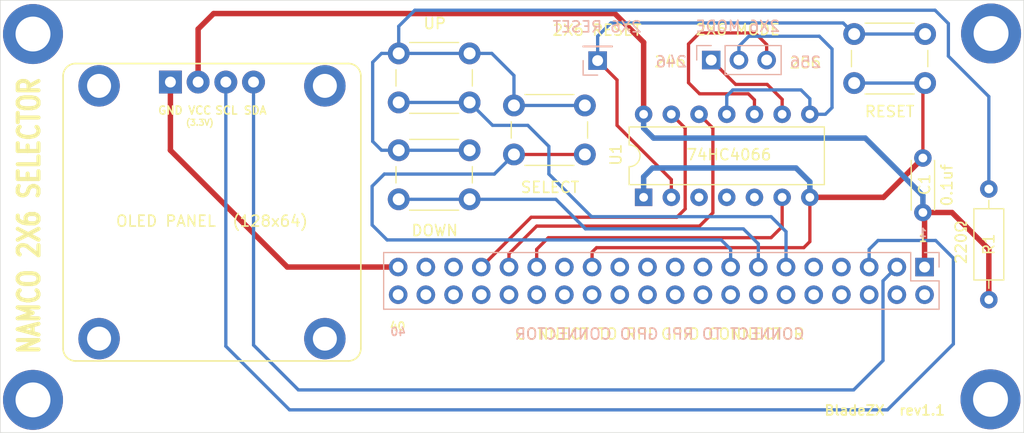
<source format=kicad_pcb>
(kicad_pcb (version 20171130) (host pcbnew "(5.1.9)-1")

  (general
    (thickness 1.6)
    (drawings 35)
    (tracks 142)
    (zones 0)
    (modules 15)
    (nets 1)
  )

  (page A4)
  (layers
    (0 F.Cu signal)
    (31 B.Cu signal)
    (32 B.Adhes user hide)
    (33 F.Adhes user hide)
    (34 B.Paste user hide)
    (35 F.Paste user hide)
    (36 B.SilkS user)
    (37 F.SilkS user)
    (38 B.Mask user hide)
    (39 F.Mask user hide)
    (40 Dwgs.User user hide)
    (41 Cmts.User user hide)
    (42 Eco1.User user hide)
    (43 Eco2.User user hide)
    (44 Edge.Cuts user)
    (45 Margin user hide)
    (46 B.CrtYd user)
    (47 F.CrtYd user)
    (48 B.Fab user hide)
    (49 F.Fab user hide)
  )

  (setup
    (last_trace_width 0.3)
    (user_trace_width 0.3)
    (user_trace_width 0.5)
    (trace_clearance 0.2)
    (zone_clearance 0.508)
    (zone_45_only no)
    (trace_min 0.2)
    (via_size 0.8)
    (via_drill 0.4)
    (via_min_size 0.4)
    (via_min_drill 0.3)
    (uvia_size 0.3)
    (uvia_drill 0.1)
    (uvias_allowed no)
    (uvia_min_size 0.2)
    (uvia_min_drill 0.1)
    (edge_width 0.05)
    (segment_width 0.2)
    (pcb_text_width 0.3)
    (pcb_text_size 1.5 1.5)
    (mod_edge_width 0.12)
    (mod_text_size 1 1)
    (mod_text_width 0.15)
    (pad_size 3.5 3.5)
    (pad_drill 3.1)
    (pad_to_mask_clearance 0)
    (aux_axis_origin 0 0)
    (visible_elements 7FFFFFFF)
    (pcbplotparams
      (layerselection 0x0d030_ffffffff)
      (usegerberextensions false)
      (usegerberattributes true)
      (usegerberadvancedattributes true)
      (creategerberjobfile true)
      (excludeedgelayer true)
      (linewidth 0.100000)
      (plotframeref false)
      (viasonmask false)
      (mode 1)
      (useauxorigin false)
      (hpglpennumber 1)
      (hpglpenspeed 20)
      (hpglpendiameter 15.000000)
      (psnegative false)
      (psa4output false)
      (plotreference true)
      (plotvalue true)
      (plotinvisibletext false)
      (padsonsilk false)
      (subtractmaskfromsilk false)
      (outputformat 1)
      (mirror false)
      (drillshape 0)
      (scaleselection 1)
      (outputdirectory "gerbers/"))
  )

  (net 0 "")

  (net_class Default "This is the default net class."
    (clearance 0.2)
    (trace_width 0.25)
    (via_dia 0.8)
    (via_drill 0.4)
    (uvia_dia 0.3)
    (uvia_drill 0.1)
  )

  (module segastv:Generic_0.96in-128x64-OLED-Display-IIC (layer F.Cu) (tedit 590F4B36) (tstamp 60678678)
    (at 90.6272 46.3804)
    (descr http://www.ebay.com/itm/0-96-I2C-IIC-SPI-Serial-128X64-White-OLED-LCD-LED-Display-Module-for-Arduino-BU/361916106520)
    (fp_text reference DS1 (at 0 -15) (layer F.SilkS) hide
      (effects (font (size 1 1) (thickness 0.15)))
    )
    (fp_text value "OLED PANEL  (128x64)" (at 0 0.8128) (layer F.SilkS)
      (effects (font (size 1 1) (thickness 0.15)))
    )
    (fp_line (start -12.5 -13.65) (end 12.5 -13.65) (layer F.SilkS) (width 0.15))
    (fp_line (start 13.65 -12.5) (end 13.65 12.5) (layer F.SilkS) (width 0.15))
    (fp_line (start -12.5 13.65) (end 12.5 13.65) (layer F.SilkS) (width 0.15))
    (fp_line (start -13.65 -12.5) (end -13.65 12.5) (layer F.SilkS) (width 0.15))
    (fp_line (start -13.65 -9.5) (end 13.65 -9.5) (layer F.Fab) (width 0.15))
    (fp_line (start -13.65 9.5) (end 13.65 9.5) (layer F.Fab) (width 0.15))
    (fp_line (start -13.8 -13.8) (end 13.8 -13.8) (layer F.CrtYd) (width 0.15))
    (fp_line (start -13.8 -13.8) (end -13.8 13.8) (layer F.CrtYd) (width 0.15))
    (fp_line (start 13.8 -13.8) (end 13.8 13.8) (layer F.CrtYd) (width 0.15))
    (fp_line (start -13.8 13.8) (end 13.8 13.8) (layer F.CrtYd) (width 0.15))
    (fp_arc (start -12.5 12.5) (end -13.65 12.5) (angle -90) (layer F.SilkS) (width 0.15))
    (fp_arc (start 12.5 12.5) (end 12.5 13.65) (angle -90) (layer F.SilkS) (width 0.15))
    (fp_arc (start 12.5 -12.5) (end 13.65 -12.5) (angle -90) (layer F.SilkS) (width 0.15))
    (fp_arc (start -12.5 -12.5) (end -12.5 -13.65) (angle -90) (layer F.SilkS) (width 0.15))
    (pad "" np_thru_hole circle (at 10.35 11.6) (size 3.8 3.8) (drill 2.2) (layers *.Cu *.Mask))
    (pad "" np_thru_hole circle (at -10.35 11.6) (size 3.8 3.8) (drill 2.2) (layers *.Cu *.Mask))
    (pad "" np_thru_hole circle (at -10.35 -11.6) (size 3.8 3.8) (drill 2.2) (layers *.Cu *.Mask))
    (pad 4 thru_hole circle (at 3.81 -11.95) (size 2.1 2.1) (drill 1) (layers *.Cu *.Mask))
    (pad 3 thru_hole circle (at 1.27 -11.95) (size 2.1 2.1) (drill 1) (layers *.Cu *.Mask))
    (pad 2 thru_hole circle (at -1.27 -11.95) (size 2.1 2.1) (drill 1) (layers *.Cu *.Mask))
    (pad 1 thru_hole rect (at -3.81 -11.95) (size 2.1 2.1) (drill 1) (layers *.Cu *.Mask))
    (pad "" np_thru_hole circle (at 10.35 -11.6) (size 3.8 3.8) (drill 2.2) (layers *.Cu *.Mask))
  )

  (module MountingHole:MountingHole_3.2mm_M3_ISO14580_Pad (layer F.Cu) (tedit 56D1B4CB) (tstamp 609D0EB8)
    (at 162.0012 63.5508)
    (descr "Mounting Hole 3.2mm, M3, ISO14580")
    (tags "mounting hole 3.2mm m3 iso14580")
    (attr virtual)
    (fp_text reference REF** (at 0 -3.75) (layer F.SilkS) hide
      (effects (font (size 1 1) (thickness 0.15)))
    )
    (fp_text value MountingHole_3.2mm_M3_ISO14580_Pad (at 0 3.75) (layer F.Fab)
      (effects (font (size 1 1) (thickness 0.15)))
    )
    (fp_text user %R (at 0.3 0) (layer F.Fab)
      (effects (font (size 1 1) (thickness 0.15)))
    )
    (fp_circle (center 0 0) (end 2.75 0) (layer Cmts.User) (width 0.15))
    (fp_circle (center 0 0) (end 3 0) (layer F.CrtYd) (width 0.05))
    (pad 1 thru_hole circle (at 0 0) (size 5.5 5.5) (drill 3.2) (layers *.Cu *.Mask))
  )

  (module MountingHole:MountingHole_3.2mm_M3_ISO14580_Pad (layer F.Cu) (tedit 56D1B4CB) (tstamp 609D0EAA)
    (at 162.052 29.972)
    (descr "Mounting Hole 3.2mm, M3, ISO14580")
    (tags "mounting hole 3.2mm m3 iso14580")
    (attr virtual)
    (fp_text reference REF** (at 0 -3.75) (layer F.SilkS) hide
      (effects (font (size 1 1) (thickness 0.15)))
    )
    (fp_text value MountingHole_3.2mm_M3_ISO14580_Pad (at 0 3.75) (layer F.Fab)
      (effects (font (size 1 1) (thickness 0.15)))
    )
    (fp_circle (center 0 0) (end 3 0) (layer F.CrtYd) (width 0.05))
    (fp_circle (center 0 0) (end 2.75 0) (layer Cmts.User) (width 0.15))
    (fp_text user %R (at 0.3 0) (layer F.Fab)
      (effects (font (size 1 1) (thickness 0.15)))
    )
    (pad 1 thru_hole circle (at 0 0) (size 5.5 5.5) (drill 3.2) (layers *.Cu *.Mask))
  )

  (module MountingHole:MountingHole_3.2mm_M3_ISO14580_Pad (layer F.Cu) (tedit 56D1B4CB) (tstamp 609D0955)
    (at 74.2188 63.6016)
    (descr "Mounting Hole 3.2mm, M3, ISO14580")
    (tags "mounting hole 3.2mm m3 iso14580")
    (attr virtual)
    (fp_text reference REF** (at 0 -3.75) (layer F.SilkS) hide
      (effects (font (size 1 1) (thickness 0.15)))
    )
    (fp_text value MountingHole_3.2mm_M3_ISO14580_Pad (at 0 3.75) (layer F.Fab)
      (effects (font (size 1 1) (thickness 0.15)))
    )
    (fp_circle (center 0 0) (end 3 0) (layer F.CrtYd) (width 0.05))
    (fp_circle (center 0 0) (end 2.75 0) (layer Cmts.User) (width 0.15))
    (fp_text user %R (at 0.3 0) (layer F.Fab)
      (effects (font (size 1 1) (thickness 0.15)))
    )
    (pad 1 thru_hole circle (at 0 0) (size 5.5 5.5) (drill 3.2) (layers *.Cu *.Mask))
  )

  (module MountingHole:MountingHole_3.2mm_M3_ISO14580_Pad (layer F.Cu) (tedit 56D1B4CB) (tstamp 609D092E)
    (at 74.2188 30.0228)
    (descr "Mounting Hole 3.2mm, M3, ISO14580")
    (tags "mounting hole 3.2mm m3 iso14580")
    (attr virtual)
    (fp_text reference REF** (at 0 -3.75) (layer F.SilkS) hide
      (effects (font (size 1 1) (thickness 0.15)))
    )
    (fp_text value MountingHole_3.2mm_M3_ISO14580_Pad (at 0 3.75) (layer F.Fab)
      (effects (font (size 1 1) (thickness 0.15)))
    )
    (fp_text user %R (at 0.3 0) (layer F.Fab)
      (effects (font (size 1 1) (thickness 0.15)))
    )
    (fp_circle (center 0 0) (end 2.75 0) (layer Cmts.User) (width 0.15))
    (fp_circle (center 0 0) (end 3 0) (layer F.CrtYd) (width 0.05))
    (pad 1 thru_hole circle (at 0 0) (size 5.5 5.5) (drill 3.2) (layers *.Cu *.Mask))
  )

  (module Capacitor_THT:C_Disc_D4.3mm_W1.9mm_P5.00mm (layer F.Cu) (tedit 5AE50EF0) (tstamp 60759240)
    (at 155.8036 41.402 270)
    (descr "C, Disc series, Radial, pin pitch=5.00mm, , diameter*width=4.3*1.9mm^2, Capacitor, http://www.vishay.com/docs/45233/krseries.pdf")
    (tags "C Disc series Radial pin pitch 5.00mm  diameter 4.3mm width 1.9mm Capacitor")
    (fp_text reference 0.1uf (at 2.5 -2.2 90) (layer F.SilkS)
      (effects (font (size 1 1) (thickness 0.15)))
    )
    (fp_text value C_Disc_D4.3mm_W1.9mm_P5.00mm (at 2.5 2.2 90) (layer F.Fab)
      (effects (font (size 1 1) (thickness 0.15)))
    )
    (fp_line (start 0.35 -0.95) (end 0.35 0.95) (layer F.Fab) (width 0.1))
    (fp_line (start 0.35 0.95) (end 4.65 0.95) (layer F.Fab) (width 0.1))
    (fp_line (start 4.65 0.95) (end 4.65 -0.95) (layer F.Fab) (width 0.1))
    (fp_line (start 4.65 -0.95) (end 0.35 -0.95) (layer F.Fab) (width 0.1))
    (fp_line (start 0.23 -1.07) (end 4.77 -1.07) (layer F.SilkS) (width 0.12))
    (fp_line (start 0.23 1.07) (end 4.77 1.07) (layer F.SilkS) (width 0.12))
    (fp_line (start 0.23 -1.07) (end 0.23 -1.055) (layer F.SilkS) (width 0.12))
    (fp_line (start 0.23 1.055) (end 0.23 1.07) (layer F.SilkS) (width 0.12))
    (fp_line (start 4.77 -1.07) (end 4.77 -1.055) (layer F.SilkS) (width 0.12))
    (fp_line (start 4.77 1.055) (end 4.77 1.07) (layer F.SilkS) (width 0.12))
    (fp_line (start -1.05 -1.2) (end -1.05 1.2) (layer F.CrtYd) (width 0.05))
    (fp_line (start -1.05 1.2) (end 6.05 1.2) (layer F.CrtYd) (width 0.05))
    (fp_line (start 6.05 1.2) (end 6.05 -1.2) (layer F.CrtYd) (width 0.05))
    (fp_line (start 6.05 -1.2) (end -1.05 -1.2) (layer F.CrtYd) (width 0.05))
    (fp_text user C1 (at 2.4384 -0.1524 90) (layer F.SilkS)
      (effects (font (size 1 1) (thickness 0.15)))
    )
    (pad 2 thru_hole circle (at 5 0 270) (size 1.6 1.6) (drill 0.8) (layers *.Cu *.Mask))
    (pad 1 thru_hole circle (at 0 0 270) (size 1.6 1.6) (drill 0.8) (layers *.Cu *.Mask))
    (model ${KISYS3DMOD}/Capacitor_THT.3dshapes/C_Disc_D4.3mm_W1.9mm_P5.00mm.wrl
      (at (xyz 0 0 0))
      (scale (xyz 1 1 1))
      (rotate (xyz 0 0 0))
    )
  )

  (module Package_DIP:DIP-14_W7.62mm (layer F.Cu) (tedit 5A02E8C5) (tstamp 60757769)
    (at 130.2004 45.0088 90)
    (descr "14-lead though-hole mounted DIP package, row spacing 7.62 mm (300 mils)")
    (tags "THT DIP DIL PDIP 2.54mm 7.62mm 300mil")
    (fp_text reference U1 (at 3.9116 -2.54 90) (layer F.SilkS)
      (effects (font (size 1 1) (thickness 0.15)))
    )
    (fp_text value DIP-14_W7.62mm (at 3.81 17.57 90) (layer F.Fab)
      (effects (font (size 1 1) (thickness 0.15)))
    )
    (fp_line (start 8.7 -1.55) (end -1.1 -1.55) (layer F.CrtYd) (width 0.05))
    (fp_line (start 8.7 16.8) (end 8.7 -1.55) (layer F.CrtYd) (width 0.05))
    (fp_line (start -1.1 16.8) (end 8.7 16.8) (layer F.CrtYd) (width 0.05))
    (fp_line (start -1.1 -1.55) (end -1.1 16.8) (layer F.CrtYd) (width 0.05))
    (fp_line (start 6.46 -1.33) (end 4.81 -1.33) (layer F.SilkS) (width 0.12))
    (fp_line (start 6.46 16.57) (end 6.46 -1.33) (layer F.SilkS) (width 0.12))
    (fp_line (start 1.16 16.57) (end 6.46 16.57) (layer F.SilkS) (width 0.12))
    (fp_line (start 1.16 -1.33) (end 1.16 16.57) (layer F.SilkS) (width 0.12))
    (fp_line (start 2.81 -1.33) (end 1.16 -1.33) (layer F.SilkS) (width 0.12))
    (fp_line (start 0.635 -0.27) (end 1.635 -1.27) (layer F.Fab) (width 0.1))
    (fp_line (start 0.635 16.51) (end 0.635 -0.27) (layer F.Fab) (width 0.1))
    (fp_line (start 6.985 16.51) (end 0.635 16.51) (layer F.Fab) (width 0.1))
    (fp_line (start 6.985 -1.27) (end 6.985 16.51) (layer F.Fab) (width 0.1))
    (fp_line (start 1.635 -1.27) (end 6.985 -1.27) (layer F.Fab) (width 0.1))
    (fp_text user 74HC4066 (at 3.9116 7.8232 180) (layer F.SilkS)
      (effects (font (size 1 1) (thickness 0.15)))
    )
    (fp_arc (start 3.81 -1.33) (end 2.81 -1.33) (angle -180) (layer F.SilkS) (width 0.12))
    (pad 14 thru_hole oval (at 7.62 0 90) (size 1.6 1.6) (drill 0.8) (layers *.Cu *.Mask))
    (pad 7 thru_hole oval (at 0 15.24 90) (size 1.6 1.6) (drill 0.8) (layers *.Cu *.Mask))
    (pad 13 thru_hole oval (at 7.62 2.54 90) (size 1.6 1.6) (drill 0.8) (layers *.Cu *.Mask))
    (pad 6 thru_hole oval (at 0 12.7 90) (size 1.6 1.6) (drill 0.8) (layers *.Cu *.Mask))
    (pad 12 thru_hole oval (at 7.62 5.08 90) (size 1.6 1.6) (drill 0.8) (layers *.Cu *.Mask))
    (pad 5 thru_hole oval (at 0 10.16 90) (size 1.6 1.6) (drill 0.8) (layers *.Cu *.Mask))
    (pad 11 thru_hole oval (at 7.62 7.62 90) (size 1.6 1.6) (drill 0.8) (layers *.Cu *.Mask))
    (pad 4 thru_hole oval (at 0 7.62 90) (size 1.6 1.6) (drill 0.8) (layers *.Cu *.Mask))
    (pad 10 thru_hole oval (at 7.62 10.16 90) (size 1.6 1.6) (drill 0.8) (layers *.Cu *.Mask))
    (pad 3 thru_hole oval (at 0 5.08 90) (size 1.6 1.6) (drill 0.8) (layers *.Cu *.Mask))
    (pad 9 thru_hole oval (at 7.62 12.7 90) (size 1.6 1.6) (drill 0.8) (layers *.Cu *.Mask))
    (pad 2 thru_hole oval (at 0 2.54 90) (size 1.6 1.6) (drill 0.8) (layers *.Cu *.Mask))
    (pad 8 thru_hole oval (at 7.62 15.24 90) (size 1.6 1.6) (drill 0.8) (layers *.Cu *.Mask))
    (pad 1 thru_hole rect (at 0 0 90) (size 1.6 1.6) (drill 0.8) (layers *.Cu *.Mask))
    (model ${KISYS3DMOD}/Package_DIP.3dshapes/DIP-14_W7.62mm.wrl
      (at (xyz 0 0 0))
      (scale (xyz 1 1 1))
      (rotate (xyz 0 0 0))
    )
  )

  (module Connector_PinHeader_2.54mm:PinHeader_1x03_P2.54mm_Vertical (layer B.Cu) (tedit 59FED5CC) (tstamp 60754E14)
    (at 136.398 32.4104 270)
    (descr "Through hole straight pin header, 1x03, 2.54mm pitch, single row")
    (tags "Through hole pin header THT 1x03 2.54mm single row")
    (fp_text reference REF** (at 0 2.33 270) (layer B.SilkS) hide
      (effects (font (size 1 1) (thickness 0.15)) (justify mirror))
    )
    (fp_text value PinHeader_1x03_P2.54mm_Vertical (at 0 -7.41 270) (layer B.Fab) hide
      (effects (font (size 1 1) (thickness 0.15)) (justify mirror))
    )
    (fp_line (start -0.635 1.27) (end 1.27 1.27) (layer B.Fab) (width 0.1))
    (fp_line (start 1.27 1.27) (end 1.27 -6.35) (layer B.Fab) (width 0.1))
    (fp_line (start 1.27 -6.35) (end -1.27 -6.35) (layer B.Fab) (width 0.1))
    (fp_line (start -1.27 -6.35) (end -1.27 0.635) (layer B.Fab) (width 0.1))
    (fp_line (start -1.27 0.635) (end -0.635 1.27) (layer B.Fab) (width 0.1))
    (fp_line (start -1.33 -6.41) (end 1.33 -6.41) (layer B.SilkS) (width 0.12))
    (fp_line (start -1.33 -1.27) (end -1.33 -6.41) (layer B.SilkS) (width 0.12))
    (fp_line (start 1.33 -1.27) (end 1.33 -6.41) (layer B.SilkS) (width 0.12))
    (fp_line (start -1.33 -1.27) (end 1.33 -1.27) (layer B.SilkS) (width 0.12))
    (fp_line (start -1.33 0) (end -1.33 1.33) (layer B.SilkS) (width 0.12))
    (fp_line (start -1.33 1.33) (end 0 1.33) (layer B.SilkS) (width 0.12))
    (fp_line (start -1.8 1.8) (end -1.8 -6.85) (layer B.CrtYd) (width 0.05))
    (fp_line (start -1.8 -6.85) (end 1.8 -6.85) (layer B.CrtYd) (width 0.05))
    (fp_line (start 1.8 -6.85) (end 1.8 1.8) (layer B.CrtYd) (width 0.05))
    (fp_line (start 1.8 1.8) (end -1.8 1.8) (layer B.CrtYd) (width 0.05))
    (fp_text user MODE (at 0 -2.54) (layer B.Fab) hide
      (effects (font (size 1 1) (thickness 0.15)) (justify mirror))
    )
    (pad 3 thru_hole oval (at 0 -5.08 270) (size 1.7 1.7) (drill 1) (layers *.Cu *.Mask))
    (pad 2 thru_hole oval (at 0 -2.54 270) (size 1.7 1.7) (drill 1) (layers *.Cu *.Mask))
    (pad 1 thru_hole rect (at 0 0 270) (size 1.7 1.7) (drill 1) (layers *.Cu *.Mask))
    (model ${KISYS3DMOD}/Connector_PinHeader_2.54mm.3dshapes/PinHeader_1x03_P2.54mm_Vertical.wrl
      (at (xyz 0 0 0))
      (scale (xyz 1 1 1))
      (rotate (xyz 0 0 0))
    )
  )

  (module Connector_PinHeader_2.54mm:PinHeader_1x01_P2.54mm_Vertical (layer B.Cu) (tedit 59FED5CC) (tstamp 60754884)
    (at 125.984 32.4612)
    (descr "Through hole straight pin header, 1x01, 2.54mm pitch, single row")
    (tags "Through hole pin header THT 1x01 2.54mm single row")
    (fp_text reference "2X6 RESET" (at -0.0508 -3.0988) (layer B.SilkS)
      (effects (font (size 1 1) (thickness 0.15)) (justify mirror))
    )
    (fp_text value PinHeader_1x01_P2.54mm_Vertical (at 0 -2.33) (layer B.Fab)
      (effects (font (size 1 1) (thickness 0.15)) (justify mirror))
    )
    (fp_line (start -0.635 1.27) (end 1.27 1.27) (layer B.Fab) (width 0.1))
    (fp_line (start 1.27 1.27) (end 1.27 -1.27) (layer B.Fab) (width 0.1))
    (fp_line (start 1.27 -1.27) (end -1.27 -1.27) (layer B.Fab) (width 0.1))
    (fp_line (start -1.27 -1.27) (end -1.27 0.635) (layer B.Fab) (width 0.1))
    (fp_line (start -1.27 0.635) (end -0.635 1.27) (layer B.Fab) (width 0.1))
    (fp_line (start -1.33 -1.33) (end 1.33 -1.33) (layer B.SilkS) (width 0.12))
    (fp_line (start -1.33 -1.27) (end -1.33 -1.33) (layer B.SilkS) (width 0.12))
    (fp_line (start 1.33 -1.27) (end 1.33 -1.33) (layer B.SilkS) (width 0.12))
    (fp_line (start -1.33 -1.27) (end 1.33 -1.27) (layer B.SilkS) (width 0.12))
    (fp_line (start -1.33 0) (end -1.33 1.33) (layer B.SilkS) (width 0.12))
    (fp_line (start -1.33 1.33) (end 0 1.33) (layer B.SilkS) (width 0.12))
    (fp_line (start -1.8 1.8) (end -1.8 -1.8) (layer B.CrtYd) (width 0.05))
    (fp_line (start -1.8 -1.8) (end 1.8 -1.8) (layer B.CrtYd) (width 0.05))
    (fp_line (start 1.8 -1.8) (end 1.8 1.8) (layer B.CrtYd) (width 0.05))
    (fp_line (start 1.8 1.8) (end -1.8 1.8) (layer B.CrtYd) (width 0.05))
    (fp_text user %R (at 0 0 -90) (layer B.Fab)
      (effects (font (size 1 1) (thickness 0.15)) (justify mirror))
    )
    (pad 1 thru_hole rect (at 0 0) (size 1.7 1.7) (drill 1) (layers *.Cu *.Mask))
    (model ${KISYS3DMOD}/Connector_PinHeader_2.54mm.3dshapes/PinHeader_1x01_P2.54mm_Vertical.wrl
      (at (xyz 0 0 0))
      (scale (xyz 1 1 1))
      (rotate (xyz 0 0 0))
    )
  )

  (module Connector_PinSocket_2.54mm:PinSocket_2x20_P2.54mm_Vertical (layer B.Cu) (tedit 5A19A433) (tstamp 609D2EE2)
    (at 155.956 51.4096 90)
    (descr "Through hole straight socket strip, 2x20, 2.54mm pitch, double cols (from Kicad 4.0.7), script generated")
    (tags "Through hole socket strip THT 2x20 2.54mm double row")
    (fp_text reference "CONNECT TO RPI GPIO CONNECTOR" (at -6.1468 -24.2824) (layer B.SilkS)
      (effects (font (size 1 1) (thickness 0.15)) (justify mirror))
    )
    (fp_text value PinSocket_2x20_P2.54mm_Vertical (at -1.27 -51.03 -90) (layer B.Fab)
      (effects (font (size 1 1) (thickness 0.15)) (justify mirror))
    )
    (fp_line (start -3.81 1.27) (end 0.27 1.27) (layer B.Fab) (width 0.1))
    (fp_line (start 0.27 1.27) (end 1.27 0.27) (layer B.Fab) (width 0.1))
    (fp_line (start 1.27 0.27) (end 1.27 -49.53) (layer B.Fab) (width 0.1))
    (fp_line (start 1.27 -49.53) (end -3.81 -49.53) (layer B.Fab) (width 0.1))
    (fp_line (start -3.81 -49.53) (end -3.81 1.27) (layer B.Fab) (width 0.1))
    (fp_line (start -3.87 1.33) (end -1.27 1.33) (layer B.SilkS) (width 0.12))
    (fp_line (start -3.87 1.33) (end -3.87 -49.59) (layer B.SilkS) (width 0.12))
    (fp_line (start -3.87 -49.59) (end 1.33 -49.59) (layer B.SilkS) (width 0.12))
    (fp_line (start 1.33 -1.27) (end 1.33 -49.59) (layer B.SilkS) (width 0.12))
    (fp_line (start -1.27 -1.27) (end 1.33 -1.27) (layer B.SilkS) (width 0.12))
    (fp_line (start -1.27 1.33) (end -1.27 -1.27) (layer B.SilkS) (width 0.12))
    (fp_line (start 1.33 1.33) (end 1.33 0) (layer B.SilkS) (width 0.12))
    (fp_line (start 0 1.33) (end 1.33 1.33) (layer B.SilkS) (width 0.12))
    (fp_line (start -4.34 1.8) (end 1.76 1.8) (layer B.CrtYd) (width 0.05))
    (fp_line (start 1.76 1.8) (end 1.76 -50) (layer B.CrtYd) (width 0.05))
    (fp_line (start 1.76 -50) (end -4.34 -50) (layer B.CrtYd) (width 0.05))
    (fp_line (start -4.34 -50) (end -4.34 1.8) (layer B.CrtYd) (width 0.05))
    (fp_text user "CONNECT TO RPI GPIO CONNECTOR" (at -6.1468 -24.2824) (layer F.SilkS)
      (effects (font (size 1 1) (thickness 0.15)))
    )
    (pad 40 thru_hole oval (at -2.54 -48.26 90) (size 1.7 1.7) (drill 1) (layers *.Cu *.Mask))
    (pad 39 thru_hole oval (at 0 -48.26 90) (size 1.7 1.7) (drill 1) (layers *.Cu *.Mask))
    (pad 38 thru_hole oval (at -2.54 -45.72 90) (size 1.7 1.7) (drill 1) (layers *.Cu *.Mask))
    (pad 37 thru_hole oval (at 0 -45.72 90) (size 1.7 1.7) (drill 1) (layers *.Cu *.Mask))
    (pad 36 thru_hole oval (at -2.54 -43.18 90) (size 1.7 1.7) (drill 1) (layers *.Cu *.Mask))
    (pad 35 thru_hole oval (at 0 -43.18 90) (size 1.7 1.7) (drill 1) (layers *.Cu *.Mask))
    (pad 34 thru_hole oval (at -2.54 -40.64 90) (size 1.7 1.7) (drill 1) (layers *.Cu *.Mask))
    (pad 33 thru_hole oval (at 0 -40.64 90) (size 1.7 1.7) (drill 1) (layers *.Cu *.Mask))
    (pad 32 thru_hole oval (at -2.54 -38.1 90) (size 1.7 1.7) (drill 1) (layers *.Cu *.Mask))
    (pad 31 thru_hole oval (at 0 -38.1 90) (size 1.7 1.7) (drill 1) (layers *.Cu *.Mask))
    (pad 30 thru_hole oval (at -2.54 -35.56 90) (size 1.7 1.7) (drill 1) (layers *.Cu *.Mask))
    (pad 29 thru_hole oval (at 0 -35.56 90) (size 1.7 1.7) (drill 1) (layers *.Cu *.Mask))
    (pad 28 thru_hole oval (at -2.54 -33.02 90) (size 1.7 1.7) (drill 1) (layers *.Cu *.Mask))
    (pad 27 thru_hole oval (at 0 -33.02 90) (size 1.7 1.7) (drill 1) (layers *.Cu *.Mask))
    (pad 26 thru_hole oval (at -2.54 -30.48 90) (size 1.7 1.7) (drill 1) (layers *.Cu *.Mask))
    (pad 25 thru_hole oval (at 0 -30.48 90) (size 1.7 1.7) (drill 1) (layers *.Cu *.Mask))
    (pad 24 thru_hole oval (at -2.54 -27.94 90) (size 1.7 1.7) (drill 1) (layers *.Cu *.Mask))
    (pad 23 thru_hole oval (at 0 -27.94 90) (size 1.7 1.7) (drill 1) (layers *.Cu *.Mask))
    (pad 22 thru_hole oval (at -2.54 -25.4 90) (size 1.7 1.7) (drill 1) (layers *.Cu *.Mask))
    (pad 21 thru_hole oval (at 0 -25.4 90) (size 1.7 1.7) (drill 1) (layers *.Cu *.Mask))
    (pad 20 thru_hole oval (at -2.54 -22.86 90) (size 1.7 1.7) (drill 1) (layers *.Cu *.Mask))
    (pad 19 thru_hole oval (at 0 -22.86 90) (size 1.7 1.7) (drill 1) (layers *.Cu *.Mask))
    (pad 18 thru_hole oval (at -2.54 -20.32 90) (size 1.7 1.7) (drill 1) (layers *.Cu *.Mask))
    (pad 17 thru_hole oval (at 0 -20.32 90) (size 1.7 1.7) (drill 1) (layers *.Cu *.Mask))
    (pad 16 thru_hole oval (at -2.54 -17.78 90) (size 1.7 1.7) (drill 1) (layers *.Cu *.Mask))
    (pad 15 thru_hole oval (at 0 -17.78 90) (size 1.7 1.7) (drill 1) (layers *.Cu *.Mask))
    (pad 14 thru_hole oval (at -2.54 -15.24 90) (size 1.7 1.7) (drill 1) (layers *.Cu *.Mask))
    (pad 13 thru_hole oval (at 0 -15.24 90) (size 1.7 1.7) (drill 1) (layers *.Cu *.Mask))
    (pad 12 thru_hole oval (at -2.54 -12.7 90) (size 1.7 1.7) (drill 1) (layers *.Cu *.Mask))
    (pad 11 thru_hole oval (at 0 -12.7 90) (size 1.7 1.7) (drill 1) (layers *.Cu *.Mask))
    (pad 10 thru_hole oval (at -2.54 -10.16 90) (size 1.7 1.7) (drill 1) (layers *.Cu *.Mask))
    (pad 9 thru_hole oval (at 0 -10.16 90) (size 1.7 1.7) (drill 1) (layers *.Cu *.Mask))
    (pad 8 thru_hole oval (at -2.54 -7.62 90) (size 1.7 1.7) (drill 1) (layers *.Cu *.Mask))
    (pad 7 thru_hole oval (at 0 -7.62 90) (size 1.7 1.7) (drill 1) (layers *.Cu *.Mask))
    (pad 6 thru_hole oval (at -2.54 -5.08 90) (size 1.7 1.7) (drill 1) (layers *.Cu *.Mask))
    (pad 5 thru_hole oval (at 0 -5.08 90) (size 1.7 1.7) (drill 1) (layers *.Cu *.Mask))
    (pad 4 thru_hole oval (at -2.54 -2.54 90) (size 1.7 1.7) (drill 1) (layers *.Cu *.Mask))
    (pad 3 thru_hole oval (at 0 -2.54 90) (size 1.7 1.7) (drill 1) (layers *.Cu *.Mask))
    (pad 2 thru_hole oval (at -2.54 0 90) (size 1.7 1.7) (drill 1) (layers *.Cu *.Mask))
    (pad 1 thru_hole rect (at 0 0 90) (size 1.7 1.7) (drill 1) (layers *.Cu *.Mask))
    (model ${KISYS3DMOD}/Connector_PinSocket_2.54mm.3dshapes/PinSocket_2x20_P2.54mm_Vertical.wrl
      (at (xyz 0 0 0))
      (scale (xyz 1 1 1))
      (rotate (xyz 0 0 0))
    )
  )

  (module Button_Switch_THT:SW_PUSH_6mm (layer F.Cu) (tedit 5A02FE31) (tstamp 603FE8AE)
    (at 149.5044 30.0228)
    (descr https://www.omron.com/ecb/products/pdf/en-b3f.pdf)
    (tags "tact sw push 6mm")
    (fp_text reference RESET (at 3.25 7.112) (layer F.SilkS)
      (effects (font (size 1 1) (thickness 0.15)))
    )
    (fp_text value SW_PUSH_6mm (at 3.75 6.7) (layer F.Fab) hide
      (effects (font (size 1 1) (thickness 0.15)))
    )
    (fp_line (start 3.25 -0.75) (end 6.25 -0.75) (layer F.Fab) (width 0.1))
    (fp_line (start 6.25 -0.75) (end 6.25 5.25) (layer F.Fab) (width 0.1))
    (fp_line (start 6.25 5.25) (end 0.25 5.25) (layer F.Fab) (width 0.1))
    (fp_line (start 0.25 5.25) (end 0.25 -0.75) (layer F.Fab) (width 0.1))
    (fp_line (start 0.25 -0.75) (end 3.25 -0.75) (layer F.Fab) (width 0.1))
    (fp_line (start 7.75 6) (end 8 6) (layer F.CrtYd) (width 0.05))
    (fp_line (start 8 6) (end 8 5.75) (layer F.CrtYd) (width 0.05))
    (fp_line (start 7.75 -1.5) (end 8 -1.5) (layer F.CrtYd) (width 0.05))
    (fp_line (start 8 -1.5) (end 8 -1.25) (layer F.CrtYd) (width 0.05))
    (fp_line (start -1.5 -1.25) (end -1.5 -1.5) (layer F.CrtYd) (width 0.05))
    (fp_line (start -1.5 -1.5) (end -1.25 -1.5) (layer F.CrtYd) (width 0.05))
    (fp_line (start -1.5 5.75) (end -1.5 6) (layer F.CrtYd) (width 0.05))
    (fp_line (start -1.5 6) (end -1.25 6) (layer F.CrtYd) (width 0.05))
    (fp_line (start -1.25 -1.5) (end 7.75 -1.5) (layer F.CrtYd) (width 0.05))
    (fp_line (start -1.5 5.75) (end -1.5 -1.25) (layer F.CrtYd) (width 0.05))
    (fp_line (start 7.75 6) (end -1.25 6) (layer F.CrtYd) (width 0.05))
    (fp_line (start 8 -1.25) (end 8 5.75) (layer F.CrtYd) (width 0.05))
    (fp_line (start 1 5.5) (end 5.5 5.5) (layer F.SilkS) (width 0.12))
    (fp_line (start -0.25 1.5) (end -0.25 3) (layer F.SilkS) (width 0.12))
    (fp_line (start 5.5 -1) (end 1 -1) (layer F.SilkS) (width 0.12))
    (fp_line (start 6.75 3) (end 6.75 1.5) (layer F.SilkS) (width 0.12))
    (fp_circle (center 3.25 2.25) (end 1.25 2.5) (layer F.Fab) (width 0.1))
    (fp_text user %R (at 3.25 2.25) (layer F.Fab) hide
      (effects (font (size 1 1) (thickness 0.15)))
    )
    (pad 2 thru_hole circle (at 0 4.5 90) (size 2 2) (drill 1.1) (layers *.Cu *.Mask))
    (pad 1 thru_hole circle (at 0 0 90) (size 2 2) (drill 1.1) (layers *.Cu *.Mask))
    (pad 2 thru_hole circle (at 6.5 4.5 90) (size 2 2) (drill 1.1) (layers *.Cu *.Mask))
    (pad 1 thru_hole circle (at 6.5 0 90) (size 2 2) (drill 1.1) (layers *.Cu *.Mask))
    (model ${KISYS3DMOD}/Button_Switch_THT.3dshapes/SW_PUSH_6mm.wrl
      (at (xyz 0 0 0))
      (scale (xyz 1 1 1))
      (rotate (xyz 0 0 0))
    )
  )

  (module Resistor_THT:R_Axial_DIN0207_L6.3mm_D2.5mm_P10.16mm_Horizontal (layer F.Cu) (tedit 5AE5139B) (tstamp 603866B2)
    (at 161.8488 54.4068 90)
    (descr "Resistor, Axial_DIN0207 series, Axial, Horizontal, pin pitch=10.16mm, 0.25W = 1/4W, length*diameter=6.3*2.5mm^2, http://cdn-reichelt.de/documents/datenblatt/B400/1_4W%23YAG.pdf")
    (tags "Resistor Axial_DIN0207 series Axial Horizontal pin pitch 10.16mm 0.25W = 1/4W length 6.3mm diameter 2.5mm")
    (fp_text reference 220Ω (at 5.2832 -2.54 90) (layer F.SilkS)
      (effects (font (size 1 1) (thickness 0.15)))
    )
    (fp_text value R1 (at 5.08 0 90) (layer F.SilkS)
      (effects (font (size 1 1) (thickness 0.15)))
    )
    (fp_line (start 1.93 -1.25) (end 1.93 1.25) (layer F.Fab) (width 0.1))
    (fp_line (start 1.93 1.25) (end 8.23 1.25) (layer F.Fab) (width 0.1))
    (fp_line (start 8.23 1.25) (end 8.23 -1.25) (layer F.Fab) (width 0.1))
    (fp_line (start 8.23 -1.25) (end 1.93 -1.25) (layer F.Fab) (width 0.1))
    (fp_line (start 0 0) (end 1.93 0) (layer F.Fab) (width 0.1))
    (fp_line (start 10.16 0) (end 8.23 0) (layer F.Fab) (width 0.1))
    (fp_line (start 1.81 -1.37) (end 1.81 1.37) (layer F.SilkS) (width 0.12))
    (fp_line (start 1.81 1.37) (end 8.35 1.37) (layer F.SilkS) (width 0.12))
    (fp_line (start 8.35 1.37) (end 8.35 -1.37) (layer F.SilkS) (width 0.12))
    (fp_line (start 8.35 -1.37) (end 1.81 -1.37) (layer F.SilkS) (width 0.12))
    (fp_line (start 1.04 0) (end 1.81 0) (layer F.SilkS) (width 0.12))
    (fp_line (start 9.12 0) (end 8.35 0) (layer F.SilkS) (width 0.12))
    (fp_line (start -1.05 -1.5) (end -1.05 1.5) (layer F.CrtYd) (width 0.05))
    (fp_line (start -1.05 1.5) (end 11.21 1.5) (layer F.CrtYd) (width 0.05))
    (fp_line (start 11.21 1.5) (end 11.21 -1.5) (layer F.CrtYd) (width 0.05))
    (fp_line (start 11.21 -1.5) (end -1.05 -1.5) (layer F.CrtYd) (width 0.05))
    (fp_text user %R (at 5.08 0 90) (layer F.Fab) hide
      (effects (font (size 1 1) (thickness 0.15)))
    )
    (pad 2 thru_hole oval (at 10.16 0 90) (size 1.6 1.6) (drill 0.8) (layers *.Cu *.Mask))
    (pad 1 thru_hole circle (at 0 0 90) (size 1.6 1.6) (drill 0.8) (layers *.Cu *.Mask))
    (model ${KISYS3DMOD}/Resistor_THT.3dshapes/R_Axial_DIN0207_L6.3mm_D2.5mm_P10.16mm_Horizontal.wrl
      (at (xyz 0 0 0))
      (scale (xyz 1 1 1))
      (rotate (xyz 0 0 0))
    )
  )

  (module Button_Switch_THT:SW_PUSH_6mm (layer F.Cu) (tedit 5A02FE31) (tstamp 603852C7)
    (at 118.3132 36.576)
    (descr https://www.omron.com/ecb/products/pdf/en-b3f.pdf)
    (tags "tact sw push 6mm")
    (fp_text reference SELECT (at 3.302 7.5184) (layer F.SilkS)
      (effects (font (size 1 1) (thickness 0.15)))
    )
    (fp_text value SW_PUSH_6mm (at 3.75 6.7) (layer F.Fab) hide
      (effects (font (size 1 1) (thickness 0.15)))
    )
    (fp_circle (center 3.25 2.25) (end 1.25 2.5) (layer F.Fab) (width 0.1))
    (fp_line (start 6.75 3) (end 6.75 1.5) (layer F.SilkS) (width 0.12))
    (fp_line (start 5.5 -1) (end 1 -1) (layer F.SilkS) (width 0.12))
    (fp_line (start -0.25 1.5) (end -0.25 3) (layer F.SilkS) (width 0.12))
    (fp_line (start 1 5.5) (end 5.5 5.5) (layer F.SilkS) (width 0.12))
    (fp_line (start 8 -1.25) (end 8 5.75) (layer F.CrtYd) (width 0.05))
    (fp_line (start 7.75 6) (end -1.25 6) (layer F.CrtYd) (width 0.05))
    (fp_line (start -1.5 5.75) (end -1.5 -1.25) (layer F.CrtYd) (width 0.05))
    (fp_line (start -1.25 -1.5) (end 7.75 -1.5) (layer F.CrtYd) (width 0.05))
    (fp_line (start -1.5 6) (end -1.25 6) (layer F.CrtYd) (width 0.05))
    (fp_line (start -1.5 5.75) (end -1.5 6) (layer F.CrtYd) (width 0.05))
    (fp_line (start -1.5 -1.5) (end -1.25 -1.5) (layer F.CrtYd) (width 0.05))
    (fp_line (start -1.5 -1.25) (end -1.5 -1.5) (layer F.CrtYd) (width 0.05))
    (fp_line (start 8 -1.5) (end 8 -1.25) (layer F.CrtYd) (width 0.05))
    (fp_line (start 7.75 -1.5) (end 8 -1.5) (layer F.CrtYd) (width 0.05))
    (fp_line (start 8 6) (end 8 5.75) (layer F.CrtYd) (width 0.05))
    (fp_line (start 7.75 6) (end 8 6) (layer F.CrtYd) (width 0.05))
    (fp_line (start 0.25 -0.75) (end 3.25 -0.75) (layer F.Fab) (width 0.1))
    (fp_line (start 0.25 5.25) (end 0.25 -0.75) (layer F.Fab) (width 0.1))
    (fp_line (start 6.25 5.25) (end 0.25 5.25) (layer F.Fab) (width 0.1))
    (fp_line (start 6.25 -0.75) (end 6.25 5.25) (layer F.Fab) (width 0.1))
    (fp_line (start 3.25 -0.75) (end 6.25 -0.75) (layer F.Fab) (width 0.1))
    (fp_text user %R (at 3.25 2.25) (layer F.Fab) hide
      (effects (font (size 1 1) (thickness 0.15)))
    )
    (pad 1 thru_hole circle (at 6.5 0 90) (size 2 2) (drill 1.1) (layers *.Cu *.Mask))
    (pad 2 thru_hole circle (at 6.5 4.5 90) (size 2 2) (drill 1.1) (layers *.Cu *.Mask))
    (pad 1 thru_hole circle (at 0 0 90) (size 2 2) (drill 1.1) (layers *.Cu *.Mask))
    (pad 2 thru_hole circle (at 0 4.5 90) (size 2 2) (drill 1.1) (layers *.Cu *.Mask))
    (model ${KISYS3DMOD}/Button_Switch_THT.3dshapes/SW_PUSH_6mm.wrl
      (at (xyz 0 0 0))
      (scale (xyz 1 1 1))
      (rotate (xyz 0 0 0))
    )
  )

  (module Button_Switch_THT:SW_PUSH_6mm (layer F.Cu) (tedit 5A02FE31) (tstamp 60384DB8)
    (at 107.7468 40.6908)
    (descr https://www.omron.com/ecb/products/pdf/en-b3f.pdf)
    (tags "tact sw push 6mm")
    (fp_text reference DOWN (at 3.302 7.366) (layer F.SilkS)
      (effects (font (size 1 1) (thickness 0.15)))
    )
    (fp_text value SW_PUSH_6mm (at 3.75 6.7) (layer F.Fab) hide
      (effects (font (size 1 1) (thickness 0.15)))
    )
    (fp_line (start 3.25 -0.75) (end 6.25 -0.75) (layer F.Fab) (width 0.1))
    (fp_line (start 6.25 -0.75) (end 6.25 5.25) (layer F.Fab) (width 0.1))
    (fp_line (start 6.25 5.25) (end 0.25 5.25) (layer F.Fab) (width 0.1))
    (fp_line (start 0.25 5.25) (end 0.25 -0.75) (layer F.Fab) (width 0.1))
    (fp_line (start 0.25 -0.75) (end 3.25 -0.75) (layer F.Fab) (width 0.1))
    (fp_line (start 7.75 6) (end 8 6) (layer F.CrtYd) (width 0.05))
    (fp_line (start 8 6) (end 8 5.75) (layer F.CrtYd) (width 0.05))
    (fp_line (start 7.75 -1.5) (end 8 -1.5) (layer F.CrtYd) (width 0.05))
    (fp_line (start 8 -1.5) (end 8 -1.25) (layer F.CrtYd) (width 0.05))
    (fp_line (start -1.5 -1.25) (end -1.5 -1.5) (layer F.CrtYd) (width 0.05))
    (fp_line (start -1.5 -1.5) (end -1.25 -1.5) (layer F.CrtYd) (width 0.05))
    (fp_line (start -1.5 5.75) (end -1.5 6) (layer F.CrtYd) (width 0.05))
    (fp_line (start -1.5 6) (end -1.25 6) (layer F.CrtYd) (width 0.05))
    (fp_line (start -1.25 -1.5) (end 7.75 -1.5) (layer F.CrtYd) (width 0.05))
    (fp_line (start -1.5 5.75) (end -1.5 -1.25) (layer F.CrtYd) (width 0.05))
    (fp_line (start 7.75 6) (end -1.25 6) (layer F.CrtYd) (width 0.05))
    (fp_line (start 8 -1.25) (end 8 5.75) (layer F.CrtYd) (width 0.05))
    (fp_line (start 1 5.5) (end 5.5 5.5) (layer F.SilkS) (width 0.12))
    (fp_line (start -0.25 1.5) (end -0.25 3) (layer F.SilkS) (width 0.12))
    (fp_line (start 5.5 -1) (end 1 -1) (layer F.SilkS) (width 0.12))
    (fp_line (start 6.75 3) (end 6.75 1.5) (layer F.SilkS) (width 0.12))
    (fp_circle (center 3.25 2.25) (end 1.25 2.5) (layer F.Fab) (width 0.1))
    (fp_text user %R (at 3.25 2.25) (layer F.Fab) hide
      (effects (font (size 1 1) (thickness 0.15)))
    )
    (pad 2 thru_hole circle (at 0 4.5 90) (size 2 2) (drill 1.1) (layers *.Cu *.Mask))
    (pad 1 thru_hole circle (at 0 0 90) (size 2 2) (drill 1.1) (layers *.Cu *.Mask))
    (pad 2 thru_hole circle (at 6.5 4.5 90) (size 2 2) (drill 1.1) (layers *.Cu *.Mask))
    (pad 1 thru_hole circle (at 6.5 0 90) (size 2 2) (drill 1.1) (layers *.Cu *.Mask))
    (model ${KISYS3DMOD}/Button_Switch_THT.3dshapes/SW_PUSH_6mm.wrl
      (at (xyz 0 0 0))
      (scale (xyz 1 1 1))
      (rotate (xyz 0 0 0))
    )
  )

  (module Button_Switch_THT:SW_PUSH_6mm (layer F.Cu) (tedit 5A02FE31) (tstamp 6075968B)
    (at 107.7468 31.8008)
    (descr https://www.omron.com/ecb/products/pdf/en-b3f.pdf)
    (tags "tact sw push 6mm")
    (fp_text reference UP (at 3.302 -2.7432) (layer F.SilkS)
      (effects (font (size 1 1) (thickness 0.15)))
    )
    (fp_text value SW_PUSH_6mm (at 3.75 6.7) (layer F.Fab) hide
      (effects (font (size 1 1) (thickness 0.15)))
    )
    (fp_circle (center 3.25 2.25) (end 1.25 2.5) (layer F.Fab) (width 0.1))
    (fp_line (start 6.75 3) (end 6.75 1.5) (layer F.SilkS) (width 0.12))
    (fp_line (start 5.5 -1) (end 1 -1) (layer F.SilkS) (width 0.12))
    (fp_line (start -0.25 1.5) (end -0.25 3) (layer F.SilkS) (width 0.12))
    (fp_line (start 1 5.5) (end 5.5 5.5) (layer F.SilkS) (width 0.12))
    (fp_line (start 8 -1.25) (end 8 5.75) (layer F.CrtYd) (width 0.05))
    (fp_line (start 7.75 6) (end -1.25 6) (layer F.CrtYd) (width 0.05))
    (fp_line (start -1.5 5.75) (end -1.5 -1.25) (layer F.CrtYd) (width 0.05))
    (fp_line (start -1.25 -1.5) (end 7.75 -1.5) (layer F.CrtYd) (width 0.05))
    (fp_line (start -1.5 6) (end -1.25 6) (layer F.CrtYd) (width 0.05))
    (fp_line (start -1.5 5.75) (end -1.5 6) (layer F.CrtYd) (width 0.05))
    (fp_line (start -1.5 -1.5) (end -1.25 -1.5) (layer F.CrtYd) (width 0.05))
    (fp_line (start -1.5 -1.25) (end -1.5 -1.5) (layer F.CrtYd) (width 0.05))
    (fp_line (start 8 -1.5) (end 8 -1.25) (layer F.CrtYd) (width 0.05))
    (fp_line (start 7.75 -1.5) (end 8 -1.5) (layer F.CrtYd) (width 0.05))
    (fp_line (start 8 6) (end 8 5.75) (layer F.CrtYd) (width 0.05))
    (fp_line (start 7.75 6) (end 8 6) (layer F.CrtYd) (width 0.05))
    (fp_line (start 0.25 -0.75) (end 3.25 -0.75) (layer F.Fab) (width 0.1))
    (fp_line (start 0.25 5.25) (end 0.25 -0.75) (layer F.Fab) (width 0.1))
    (fp_line (start 6.25 5.25) (end 0.25 5.25) (layer F.Fab) (width 0.1))
    (fp_line (start 6.25 -0.75) (end 6.25 5.25) (layer F.Fab) (width 0.1))
    (fp_line (start 3.25 -0.75) (end 6.25 -0.75) (layer F.Fab) (width 0.1))
    (fp_text user %R (at 3.25 2.25) (layer F.Fab) hide
      (effects (font (size 1 1) (thickness 0.15)))
    )
    (pad 1 thru_hole circle (at 6.5 0 90) (size 2 2) (drill 1.1) (layers *.Cu *.Mask))
    (pad 2 thru_hole circle (at 6.5 4.5 90) (size 2 2) (drill 1.1) (layers *.Cu *.Mask))
    (pad 1 thru_hole circle (at 0 0 90) (size 2 2) (drill 1.1) (layers *.Cu *.Mask))
    (pad 2 thru_hole circle (at 0 4.5 90) (size 2 2) (drill 1.1) (layers *.Cu *.Mask))
    (model ${KISYS3DMOD}/Button_Switch_THT.3dshapes/SW_PUSH_6mm.wrl
      (at (xyz 0 0 0))
      (scale (xyz 1 1 1))
      (rotate (xyz 0 0 0))
    )
  )

  (gr_text "2X6 RESET" (at 125.9332 29.6672) (layer F.SilkS) (tstamp 609C67D4)
    (effects (font (size 1 1) (thickness 0.15)))
  )
  (gr_text 256 (at 145.034 32.6644) (layer F.SilkS) (tstamp 609C652D)
    (effects (font (size 1 1) (thickness 0.15)))
  )
  (gr_text 246 (at 132.6388 32.5628) (layer F.SilkS) (tstamp 609C6529)
    (effects (font (size 1 1) (thickness 0.15)))
  )
  (gr_text "2X6 MODE" (at 138.8364 29.6164) (layer F.SilkS) (tstamp 609C650F)
    (effects (font (size 1 1) (thickness 0.15)))
  )
  (gr_line (start 71.2216 66.5988) (end 71.3232 66.5988) (layer Edge.Cuts) (width 0.05) (tstamp 609C4C33))
  (gr_line (start 71.2216 26.924) (end 71.2216 66.5988) (layer Edge.Cuts) (width 0.05))
  (gr_line (start 165.0492 26.924) (end 71.2216 26.924) (layer Edge.Cuts) (width 0.05))
  (gr_line (start 165.0492 66.5988) (end 165.0492 26.924) (layer Edge.Cuts) (width 0.05) (tstamp 609CFC69))
  (gr_line (start 71.3232 66.5988) (end 165.0492 66.5988) (layer Edge.Cuts) (width 0.05))
  (gr_text 40 (at 107.6452 56.8452) (layer F.SilkS) (tstamp 609CFBAC)
    (effects (font (size 0.73 0.73) (thickness 0.15)))
  )
  (gr_text 1 (at 155.8036 48.7172) (layer F.SilkS) (tstamp 609CFBA9)
    (effects (font (size 0.73 0.73) (thickness 0.15)))
  )
  (gr_text 40 (at 107.696 57.3532) (layer B.SilkS) (tstamp 609CFBAF)
    (effects (font (size 0.73 0.73) (thickness 0.15)) (justify mirror))
  )
  (gr_text 1 (at 155.8036 48.26) (layer B.SilkS) (tstamp 609CFBA6)
    (effects (font (size 0.73 0.73) (thickness 0.15)) (justify mirror))
  )
  (gr_text "NAMCO 2X6 SELECTOR" (at 73.8632 46.6852 90) (layer F.SilkS) (tstamp 607579F7)
    (effects (font (size 1.9 1.5) (thickness 0.375)))
  )
  (gr_text "2X6 MODE" (at 138.8364 29.3116) (layer B.SilkS) (tstamp 60754FB5)
    (effects (font (size 1 1) (thickness 0.15)) (justify mirror))
  )
  (gr_text 246 (at 132.7404 32.5628) (layer B.SilkS) (tstamp 60754FB0)
    (effects (font (size 1 1) (thickness 0.15)) (justify mirror))
  )
  (gr_text 256 (at 145.034 32.6136) (layer B.SilkS) (tstamp 60754FA7)
    (effects (font (size 1 1) (thickness 0.15)) (justify mirror))
  )
  (gr_text "(3.3V)" (at 89.5096 38.1508) (layer F.SilkS) (tstamp 6069DDE1)
    (effects (font (size 0.55 0.55) (thickness 0.115)))
  )
  (gr_text SDA (at 94.5896 37.0332) (layer F.SilkS) (tstamp 60679CDD)
    (effects (font (size 0.73 0.73) (thickness 0.15)))
  )
  (gr_text SCL (at 91.948 37.0332) (layer F.SilkS) (tstamp 60679CDB)
    (effects (font (size 0.73 0.73) (thickness 0.15)))
  )
  (gr_text GND (at 86.8172 37.0332) (layer F.SilkS) (tstamp 60679CBF)
    (effects (font (size 0.73 0.73) (thickness 0.15)))
  )
  (gr_text VCC (at 89.5096 37.0332) (layer F.SilkS) (tstamp 60679C88)
    (effects (font (size 0.73 0.73) (thickness 0.15)))
  )
  (gr_line (start 134.112 50.4444) (end 140.7668 41.148) (layer Dwgs.User) (width 0.15))
  (gr_line (start 134.5692 40.64) (end 134.112 50.4444) (layer Dwgs.User) (width 0.15))
  (gr_line (start 145.9484 41.8084) (end 134.874 41.8592) (layer Dwgs.User) (width 0.15))
  (gr_line (start 145.8976 41.8084) (end 145.8976 41.8592) (layer Dwgs.User) (width 0.15))
  (gr_line (start 137.3632 42.2148) (end 142.7988 42.2148) (layer Dwgs.User) (width 0.15))
  (gr_line (start 146.558 60.5155) (end 142.748 42.926) (layer Dwgs.User) (width 0.15))
  (gr_arc (start 132.08 19.05) (end 132.08 16.51) (angle -270) (layer Dwgs.User) (width 0.15))
  (gr_arc (start 132.08 19.05) (end 134.62 19.05) (angle -90) (layer Dwgs.User) (width 0.15))
  (gr_arc (start 132.08 19.05) (end 134.62 19.05) (angle -90) (layer Dwgs.User) (width 0.15))
  (gr_arc (start 132.08 19.05) (end 134.62 19.05) (angle -90) (layer Dwgs.User) (width 0.15))
  (gr_text "BladeZX  rev1.1" (at 152.2984 64.5668) (layer F.SilkS)
    (effects (font (size 0.9 0.9) (thickness 0.17)))
  )
  (gr_line (start 59.69 21.59) (end 85.09 20.32) (layer Dwgs.User) (width 0.15))
  (gr_line (start 58.42 43.18) (end 59.69 21.59) (layer Dwgs.User) (width 0.15))

  (segment (start 125.984 32.4612) (end 126.6444 32.4612) (width 0.3) (layer F.Cu) (net 0))
  (segment (start 155.956 46.5544) (end 155.8036 46.402) (width 0.5) (layer F.Cu) (net 0))
  (segment (start 155.956 51.4096) (end 155.956 46.5544) (width 0.5) (layer F.Cu) (net 0))
  (segment (start 145.4404 45.0088) (end 145.4404 43.5864) (width 0.5) (layer B.Cu) (net 0))
  (segment (start 145.4404 43.5864) (end 144.1704 42.3164) (width 0.5) (layer B.Cu) (net 0))
  (segment (start 144.1704 42.3164) (end 131.0132 42.3164) (width 0.5) (layer B.Cu) (net 0))
  (segment (start 130.2004 43.1292) (end 130.2004 45.0088) (width 0.5) (layer B.Cu) (net 0))
  (segment (start 131.0132 42.3164) (end 130.2004 43.1292) (width 0.5) (layer B.Cu) (net 0))
  (segment (start 161.8488 44.2468) (end 161.8488 35.7632) (width 0.3) (layer B.Cu) (net 0))
  (segment (start 161.8488 35.7632) (end 158.1404 32.0548) (width 0.3) (layer B.Cu) (net 0))
  (segment (start 158.1404 32.0548) (end 158.1404 29.0576) (width 0.3) (layer B.Cu) (net 0))
  (segment (start 158.1404 29.0576) (end 156.9212 27.8384) (width 0.3) (layer B.Cu) (net 0))
  (segment (start 156.9212 27.8384) (end 109.22 27.8384) (width 0.3) (layer B.Cu) (net 0))
  (segment (start 107.7468 29.3116) (end 107.7468 31.8008) (width 0.3) (layer B.Cu) (net 0))
  (segment (start 109.22 27.8384) (end 107.7468 29.3116) (width 0.3) (layer B.Cu) (net 0))
  (segment (start 107.7468 31.8008) (end 114.2468 31.8008) (width 0.3) (layer B.Cu) (net 0))
  (segment (start 118.3132 36.576) (end 124.8132 36.576) (width 0.3) (layer B.Cu) (net 0))
  (segment (start 107.7468 31.8008) (end 106.172 31.8008) (width 0.3) (layer B.Cu) (net 0))
  (segment (start 106.172 31.8008) (end 105.3592 32.6136) (width 0.3) (layer B.Cu) (net 0))
  (segment (start 105.3592 32.6136) (end 105.3592 39.878) (width 0.3) (layer B.Cu) (net 0))
  (segment (start 106.172 40.6908) (end 107.7468 40.6908) (width 0.3) (layer B.Cu) (net 0))
  (segment (start 105.3592 39.878) (end 106.172 40.6908) (width 0.3) (layer B.Cu) (net 0))
  (segment (start 107.7468 40.6908) (end 114.2468 40.6908) (width 0.3) (layer B.Cu) (net 0))
  (segment (start 107.696 51.4096) (end 97.536 51.4096) (width 0.5) (layer F.Cu) (net 0))
  (segment (start 86.8172 40.6908) (end 86.8172 34.4304) (width 0.5) (layer F.Cu) (net 0))
  (segment (start 97.536 51.4096) (end 86.8172 40.6908) (width 0.5) (layer F.Cu) (net 0))
  (segment (start 155.8036 34.7236) (end 156.0044 34.5228) (width 0.3) (layer F.Cu) (net 0))
  (segment (start 155.8036 41.402) (end 155.8036 34.7236) (width 0.3) (layer F.Cu) (net 0))
  (segment (start 130.2004 37.3888) (end 130.2004 30.7848) (width 0.5) (layer F.Cu) (net 0))
  (segment (start 130.2004 30.7848) (end 127.5588 28.1432) (width 0.5) (layer F.Cu) (net 0))
  (segment (start 127.5588 28.1432) (end 90.7796 28.1432) (width 0.5) (layer F.Cu) (net 0))
  (segment (start 89.3572 29.5656) (end 89.3572 34.4304) (width 0.5) (layer F.Cu) (net 0))
  (segment (start 90.7796 28.1432) (end 89.3572 29.5656) (width 0.5) (layer F.Cu) (net 0))
  (segment (start 125.984 32.4612) (end 125.984 30.226) (width 0.3) (layer B.Cu) (net 0))
  (segment (start 125.984 30.226) (end 127.2032 29.0068) (width 0.3) (layer B.Cu) (net 0))
  (segment (start 148.4884 29.0068) (end 149.5044 30.0228) (width 0.3) (layer B.Cu) (net 0))
  (segment (start 127.2032 29.0068) (end 148.4884 29.0068) (width 0.3) (layer B.Cu) (net 0))
  (segment (start 156.0044 30.0228) (end 149.5044 30.0228) (width 0.3) (layer B.Cu) (net 0))
  (segment (start 156.0044 34.5228) (end 149.5044 34.5228) (width 0.3) (layer B.Cu) (net 0))
  (segment (start 153.416 51.4096) (end 152.146 52.6796) (width 0.3) (layer B.Cu) (net 0))
  (segment (start 152.146 52.6796) (end 152.146 59.9948) (width 0.3) (layer B.Cu) (net 0))
  (segment (start 152.146 59.9948) (end 149.4536 62.6872) (width 0.3) (layer B.Cu) (net 0))
  (segment (start 149.4536 62.6872) (end 98.552 62.6872) (width 0.3) (layer B.Cu) (net 0))
  (segment (start 94.4372 58.5724) (end 94.4372 34.4304) (width 0.3) (layer B.Cu) (net 0))
  (segment (start 98.552 62.6872) (end 94.4372 58.5724) (width 0.3) (layer B.Cu) (net 0))
  (segment (start 150.876 51.4096) (end 150.876 49.784) (width 0.3) (layer B.Cu) (net 0))
  (segment (start 150.876 49.784) (end 151.6888 48.9712) (width 0.3) (layer B.Cu) (net 0))
  (segment (start 151.6888 48.9712) (end 156.972 48.9712) (width 0.3) (layer B.Cu) (net 0))
  (segment (start 156.972 48.9712) (end 158.5976 50.5968) (width 0.3) (layer B.Cu) (net 0))
  (segment (start 158.5976 50.5968) (end 158.5976 58.4708) (width 0.3) (layer B.Cu) (net 0))
  (segment (start 158.5976 58.4708) (end 152.5524 64.516) (width 0.3) (layer B.Cu) (net 0))
  (segment (start 152.5524 64.516) (end 97.7392 64.516) (width 0.3) (layer B.Cu) (net 0))
  (segment (start 91.8972 58.674) (end 91.8972 34.4304) (width 0.3) (layer B.Cu) (net 0))
  (segment (start 97.7392 64.516) (end 91.8972 58.674) (width 0.3) (layer B.Cu) (net 0))
  (segment (start 145.4404 37.3888) (end 145.4404 35.9664) (width 0.3) (layer B.Cu) (net 0))
  (segment (start 145.4404 35.9664) (end 144.6276 35.1536) (width 0.3) (layer B.Cu) (net 0))
  (segment (start 144.6276 35.1536) (end 138.3792 35.1536) (width 0.3) (layer B.Cu) (net 0))
  (segment (start 137.8204 35.7124) (end 137.8204 37.3888) (width 0.3) (layer B.Cu) (net 0))
  (segment (start 138.3792 35.1536) (end 137.8204 35.7124) (width 0.3) (layer B.Cu) (net 0))
  (segment (start 125.476 51.4096) (end 125.476 50.038) (width 0.3) (layer F.Cu) (net 0))
  (segment (start 125.476 50.038) (end 125.8824 49.6316) (width 0.3) (layer F.Cu) (net 0))
  (segment (start 125.8824 49.6316) (end 144.8816 49.6316) (width 0.3) (layer F.Cu) (net 0))
  (segment (start 145.4404 49.0728) (end 145.4404 45.0088) (width 0.3) (layer F.Cu) (net 0))
  (segment (start 144.8816 49.6316) (end 145.4404 49.0728) (width 0.3) (layer F.Cu) (net 0))
  (segment (start 142.9004 37.3888) (end 142.9004 36.0172) (width 0.3) (layer F.Cu) (net 0))
  (segment (start 142.9004 36.0172) (end 141.5288 34.6456) (width 0.3) (layer F.Cu) (net 0))
  (segment (start 138.6332 34.6456) (end 136.398 32.4104) (width 0.3) (layer F.Cu) (net 0))
  (segment (start 141.5288 34.6456) (end 138.6332 34.6456) (width 0.3) (layer F.Cu) (net 0))
  (segment (start 141.478 32.4104) (end 141.478 30.988) (width 0.3) (layer F.Cu) (net 0))
  (segment (start 141.478 30.988) (end 140.4112 29.9212) (width 0.3) (layer F.Cu) (net 0))
  (segment (start 140.4112 29.9212) (end 135.3312 29.9212) (width 0.3) (layer F.Cu) (net 0))
  (segment (start 135.3312 29.9212) (end 134.3152 30.9372) (width 0.3) (layer F.Cu) (net 0))
  (segment (start 134.3152 30.9372) (end 134.3152 34.4932) (width 0.3) (layer F.Cu) (net 0))
  (segment (start 134.3152 34.4932) (end 135.3312 35.5092) (width 0.3) (layer F.Cu) (net 0))
  (segment (start 135.3312 35.5092) (end 139.8016 35.5092) (width 0.3) (layer F.Cu) (net 0))
  (segment (start 140.3604 36.068) (end 140.3604 37.3888) (width 0.3) (layer F.Cu) (net 0))
  (segment (start 139.8016 35.5092) (end 140.3604 36.068) (width 0.3) (layer F.Cu) (net 0))
  (segment (start 143.256 51.4096) (end 143.256 48.1584) (width 0.3) (layer B.Cu) (net 0))
  (segment (start 143.256 48.1584) (end 141.8844 46.7868) (width 0.3) (layer B.Cu) (net 0))
  (segment (start 141.8844 46.7868) (end 125.4252 46.7868) (width 0.3) (layer B.Cu) (net 0))
  (segment (start 125.4252 46.7868) (end 121.5136 42.8752) (width 0.3) (layer B.Cu) (net 0))
  (segment (start 121.5136 42.8752) (end 121.5136 40.3352) (width 0.3) (layer B.Cu) (net 0))
  (segment (start 121.5136 40.3352) (end 119.5832 38.4048) (width 0.3) (layer B.Cu) (net 0))
  (segment (start 116.3508 38.4048) (end 114.2468 36.3008) (width 0.3) (layer B.Cu) (net 0))
  (segment (start 119.5832 38.4048) (end 116.3508 38.4048) (width 0.3) (layer B.Cu) (net 0))
  (segment (start 114.2468 36.3008) (end 107.7468 36.3008) (width 0.3) (layer B.Cu) (net 0))
  (segment (start 140.716 51.4096) (end 140.716 49.276) (width 0.3) (layer B.Cu) (net 0))
  (segment (start 140.716 49.276) (end 139.3444 47.9044) (width 0.3) (layer B.Cu) (net 0))
  (segment (start 139.3444 47.9044) (end 124.8664 47.9044) (width 0.3) (layer B.Cu) (net 0))
  (segment (start 122.1528 45.1908) (end 114.2468 45.1908) (width 0.3) (layer B.Cu) (net 0))
  (segment (start 124.8664 47.9044) (end 122.1528 45.1908) (width 0.3) (layer B.Cu) (net 0))
  (segment (start 114.2468 45.1908) (end 107.7468 45.1908) (width 0.3) (layer B.Cu) (net 0))
  (segment (start 118.2624 41.1268) (end 118.3132 41.076) (width 0.3) (layer B.Cu) (net 0))
  (segment (start 118.3132 41.076) (end 124.8132 41.076) (width 0.3) (layer F.Cu) (net 0))
  (segment (start 120.396 51.4096) (end 120.396 49.784) (width 0.3) (layer F.Cu) (net 0))
  (segment (start 120.396 49.784) (end 121.4628 48.7172) (width 0.3) (layer F.Cu) (net 0))
  (segment (start 121.4628 48.7172) (end 141.8844 48.7172) (width 0.3) (layer F.Cu) (net 0))
  (segment (start 142.9004 47.7012) (end 142.9004 45.0088) (width 0.3) (layer F.Cu) (net 0))
  (segment (start 141.8844 48.7172) (end 142.9004 47.7012) (width 0.3) (layer F.Cu) (net 0))
  (segment (start 117.856 51.4096) (end 117.856 50.1904) (width 0.3) (layer F.Cu) (net 0))
  (segment (start 117.856 50.1904) (end 120.396 47.6504) (width 0.3) (layer F.Cu) (net 0))
  (segment (start 120.396 47.6504) (end 135.3312 47.6504) (width 0.3) (layer F.Cu) (net 0))
  (segment (start 135.3312 47.6504) (end 136.5504 46.4312) (width 0.3) (layer F.Cu) (net 0))
  (segment (start 136.5504 38.6588) (end 135.2804 37.3888) (width 0.3) (layer F.Cu) (net 0))
  (segment (start 136.5504 46.4312) (end 136.5504 38.6588) (width 0.3) (layer F.Cu) (net 0))
  (segment (start 115.316 51.4096) (end 119.888 46.8376) (width 0.3) (layer F.Cu) (net 0))
  (segment (start 119.888 46.8376) (end 133.2484 46.8376) (width 0.3) (layer F.Cu) (net 0))
  (segment (start 133.2484 46.8376) (end 134.0104 46.0756) (width 0.3) (layer F.Cu) (net 0))
  (segment (start 134.0104 38.6588) (end 132.7404 37.3888) (width 0.3) (layer F.Cu) (net 0))
  (segment (start 134.0104 46.0756) (end 134.0104 38.6588) (width 0.3) (layer F.Cu) (net 0))
  (segment (start 138.938 32.4104) (end 138.938 31.1404) (width 0.3) (layer B.Cu) (net 0))
  (segment (start 138.938 31.1404) (end 139.8524 30.226) (width 0.3) (layer B.Cu) (net 0))
  (segment (start 139.8524 30.226) (end 146.304 30.226) (width 0.3) (layer B.Cu) (net 0))
  (segment (start 146.304 30.226) (end 147.4724 31.3944) (width 0.3) (layer B.Cu) (net 0))
  (segment (start 147.4724 31.3944) (end 147.4724 36.7792) (width 0.3) (layer B.Cu) (net 0))
  (segment (start 146.8628 37.3888) (end 145.4404 37.3888) (width 0.3) (layer B.Cu) (net 0))
  (segment (start 147.4724 36.7792) (end 146.8628 37.3888) (width 0.3) (layer B.Cu) (net 0))
  (segment (start 152.1968 45.0088) (end 155.8036 41.402) (width 0.5) (layer F.Cu) (net 0))
  (segment (start 145.4404 45.0088) (end 152.1968 45.0088) (width 0.5) (layer F.Cu) (net 0))
  (segment (start 155.8036 46.402) (end 155.8036 44.8564) (width 0.5) (layer B.Cu) (net 0))
  (segment (start 155.8036 44.8564) (end 150.5204 39.5732) (width 0.5) (layer B.Cu) (net 0))
  (segment (start 150.5204 39.5732) (end 131.1148 39.5732) (width 0.5) (layer B.Cu) (net 0))
  (segment (start 130.2004 38.6588) (end 130.2004 37.3888) (width 0.5) (layer B.Cu) (net 0))
  (segment (start 131.1148 39.5732) (end 130.2004 38.6588) (width 0.5) (layer B.Cu) (net 0))
  (segment (start 161.8488 54.4068) (end 161.8488 49.784) (width 0.5) (layer F.Cu) (net 0))
  (segment (start 158.4668 46.402) (end 155.8036 46.402) (width 0.5) (layer F.Cu) (net 0))
  (segment (start 161.8488 49.784) (end 158.4668 46.402) (width 0.5) (layer F.Cu) (net 0))
  (segment (start 114.2468 31.8008) (end 116.2812 31.8008) (width 0.3) (layer B.Cu) (net 0))
  (segment (start 118.3132 33.8328) (end 118.3132 36.576) (width 0.3) (layer B.Cu) (net 0))
  (segment (start 116.2812 31.8008) (end 118.3132 33.8328) (width 0.3) (layer B.Cu) (net 0))
  (segment (start 132.7404 45.0088) (end 132.7404 43.3832) (width 0.3) (layer F.Cu) (net 0))
  (segment (start 132.7404 43.3832) (end 127.762 38.4048) (width 0.3) (layer F.Cu) (net 0))
  (segment (start 127.762 34.2392) (end 125.984 32.4612) (width 0.3) (layer F.Cu) (net 0))
  (segment (start 127.762 38.4048) (end 127.762 34.2392) (width 0.3) (layer F.Cu) (net 0))
  (segment (start 138.176 51.4096) (end 138.176 49.784) (width 0.3) (layer B.Cu) (net 0))
  (segment (start 138.176 49.784) (end 137.3124 48.9204) (width 0.3) (layer B.Cu) (net 0))
  (segment (start 137.3124 48.9204) (end 106.68 48.9204) (width 0.3) (layer B.Cu) (net 0))
  (segment (start 106.68 48.9204) (end 105.3084 47.5488) (width 0.3) (layer B.Cu) (net 0))
  (segment (start 105.3084 47.5488) (end 105.3084 43.9928) (width 0.3) (layer B.Cu) (net 0))
  (segment (start 105.3084 43.9928) (end 106.426 42.8752) (width 0.3) (layer B.Cu) (net 0))
  (segment (start 116.514 42.8752) (end 118.3132 41.076) (width 0.3) (layer B.Cu) (net 0))
  (segment (start 106.426 42.8752) (end 116.514 42.8752) (width 0.3) (layer B.Cu) (net 0))

)

</source>
